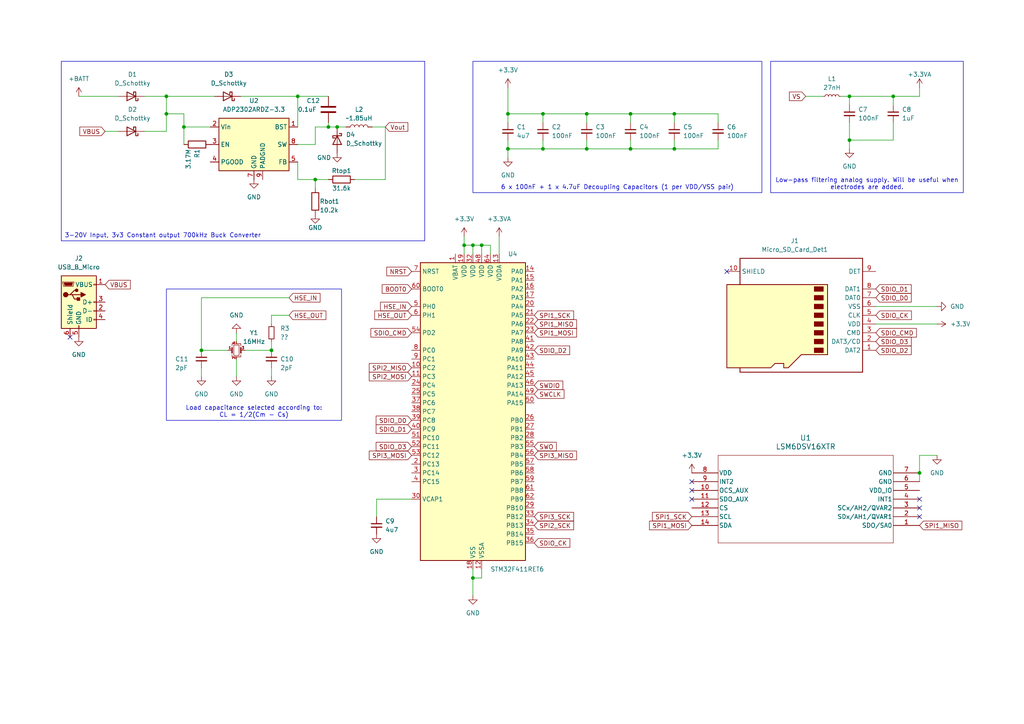
<source format=kicad_sch>
(kicad_sch (version 20230121) (generator eeschema)
  (paper "A4")
  (title_block (title "STM32F411 Motion Tracker") (date "2024-01-11") (rev "Rev. 1") (company "Alberta Bionix"))
  (lib_symbols
    (symbol "Connector:Micro_SD_Card_Det1"
      (property "Reference" "J" (at -16.51 17.78 0))
      (property "Value" "Micro_SD_Card_Det1" (at 16.51 17.78 0))
      (symbol "Micro_SD_Card_Det1_0_1"
        (rectangle (start -7.62 -6.985) (end -5.08 -8.255) (stroke (width 0.254)) (fill (type outline)))
        (rectangle (start -7.62 -4.445) (end -5.08 -5.715) (stroke (width 0.254)) (fill (type outline)))
        (rectangle (start -7.62 -1.905) (end -5.08 -3.175) (stroke (width 0.254)) (fill (type outline)))
        (rectangle (start -7.62 0.635) (end -5.08 -0.635) (stroke (width 0.254)) (fill (type outline)))
        (rectangle (start -7.62 3.175) (end -5.08 1.905) (stroke (width 0.254)) (fill (type outline)))
        (rectangle (start -7.62 5.715) (end -5.08 4.445) (stroke (width 0.254)) (fill (type outline)))
        (rectangle (start -7.62 8.255) (end -5.08 6.985) (stroke (width 0.254)) (fill (type outline)))
        (rectangle (start -7.62 10.795) (end -5.08 9.525) (stroke (width 0.254)) (fill (type outline)))
        (polyline (pts (xy 16.51 15.24) (xy 16.51 16.51) (xy -19.05 16.51) (xy -19.05 -16.51) (xy 16.51 -16.51) (xy 16.51 -8.89)) (stroke (width 0.254)))
        (polyline (pts (xy -8.89 -8.89) (xy -8.89 11.43) (xy -1.27 11.43) (xy 2.54 15.24) (xy 3.81 15.24) (xy 3.81 13.97) (xy 6.35 13.97) (xy 7.62 15.24) (xy 20.32 15.24) (xy 20.32 -8.89) (xy -8.89 -8.89)) (stroke (width 0.254)) (fill (type background)))
      )
      (symbol "Micro_SD_Card_Det1_1_1"
        (pin bidirectional line (at -22.86 10.16 0) (length 3.81) (name "DAT2") (number "1"))
        (pin passive line (at 20.32 -12.7 180) (length 3.81) (name "SHIELD") (number "10"))
        (pin bidirectional line (at -22.86 7.62 0) (length 3.81) (name "DAT3/CD") (number "2"))
        (pin input line (at -22.86 5.08 0) (length 3.81) (name "CMD") (number "3"))
        (pin power_in line (at -22.86 2.54 0) (length 3.81) (name "VDD") (number "4"))
        (pin input line (at -22.86 0 0) (length 3.81) (name "CLK") (number "5"))
        (pin power_in line (at -22.86 -2.54 0) (length 3.81) (name "VSS") (number "6"))
        (pin bidirectional line (at -22.86 -5.08 0) (length 3.81) (name "DAT0") (number "7"))
        (pin bidirectional line (at -22.86 -7.62 0) (length 3.81) (name "DAT1") (number "8"))
        (pin passive line (at -22.86 -12.7 0) (length 3.81) (name "DET") (number "9"))
      )
    )
    (symbol "Connector:USB_B_Micro" (pin_names (offset 1.016))
      (property "Reference" "J" (at -5.08 11.43 0))
      (property "Value" "USB_B_Micro" (at -5.08 8.89 0))
      (symbol "USB_B_Micro_0_1"
        (rectangle (start -5.08 -7.62) (end 5.08 7.62) (stroke (width 0.254)) (fill (type background)))
        (circle (center -3.81 2.159) (radius 0.635) (stroke (width 0.254)) (fill (type outline)))
        (circle (center -0.635 3.429) (radius 0.381) (stroke (width 0.254)) (fill (type outline)))
        (rectangle (start -0.127 -7.62) (end 0.127 -6.858))
        (polyline (pts (xy -1.905 2.159) (xy 0.635 2.159)) (stroke (width 0.254)))
        (polyline (pts (xy -3.175 2.159) (xy -2.54 2.159) (xy -1.27 3.429) (xy -0.635 3.429)) (stroke (width 0.254)))
        (polyline (pts (xy -2.54 2.159) (xy -1.905 2.159) (xy -1.27 0.889) (xy 0 0.889)) (stroke (width 0.254)))
        (polyline (pts (xy 0.635 2.794) (xy 0.635 1.524) (xy 1.905 2.159) (xy 0.635 2.794)) (stroke (width 0.254)) (fill (type outline)))
        (polyline (pts (xy -4.318 5.588) (xy -1.778 5.588) (xy -2.032 4.826) (xy -4.064 4.826) (xy -4.318 5.588)) (fill (type outline)))
        (polyline (pts (xy -4.699 5.842) (xy -4.699 5.588) (xy -4.445 4.826) (xy -4.445 4.572) (xy -1.651 4.572) (xy -1.651 4.826) (xy -1.397 5.588) (xy -1.397 5.842) (xy -4.699 5.842)))
        (rectangle (start 0.254 1.27) (end -0.508 0.508) (stroke (width 0.254)) (fill (type outline)))
        (rectangle (start 5.08 -5.207) (end 4.318 -4.953))
        (rectangle (start 5.08 -2.667) (end 4.318 -2.413))
        (rectangle (start 5.08 -0.127) (end 4.318 0.127))
        (rectangle (start 5.08 4.953) (end 4.318 5.207))
      )
      (symbol "USB_B_Micro_1_1"
        (pin power_out line (at 7.62 5.08 180) (length 2.54) (name "VBUS") (number "1"))
        (pin bidirectional line (at 7.62 -2.54 180) (length 2.54) (name "D-") (number "2"))
        (pin bidirectional line (at 7.62 0 180) (length 2.54) (name "D+") (number "3"))
        (pin passive line (at 7.62 -5.08 180) (length 2.54) (name "ID") (number "4"))
        (pin power_out line (at 0 -10.16 90) (length 2.54) (name "GND") (number "5"))
        (pin passive line (at -2.54 -10.16 90) (length 2.54) (name "Shield") (number "6"))
      )
    )
    (symbol "Device:C" (pin_numbers hide) (pin_names (offset 0.254))
      (property "Reference" "C" (at 0.635 2.54 0))
      (property "Value" "C" (at 0.635 -2.54 0))
      (symbol "C_0_1"
        (polyline (pts (xy -2.032 -0.762) (xy 2.032 -0.762)) (stroke (width 0.508)))
        (polyline (pts (xy -2.032 0.762) (xy 2.032 0.762)) (stroke (width 0.508)))
      )
      (symbol "C_1_1"
        (pin passive line (at 0 3.81 270) (length 2.794) (name "~") (number "1"))
        (pin passive line (at 0 -3.81 90) (length 2.794) (name "~") (number "2"))
      )
    )
    (symbol "Device:C_Small" (pin_numbers hide) (pin_names (offset 0.254) hide)
      (property "Reference" "C" (at 0.254 1.778 0))
      (property "Value" "C_Small" (at 0.254 -2.032 0))
      (symbol "C_Small_0_1"
        (polyline (pts (xy -1.524 -0.508) (xy 1.524 -0.508)) (stroke (width 0.3302)))
        (polyline (pts (xy -1.524 0.508) (xy 1.524 0.508)) (stroke (width 0.3048)))
      )
      (symbol "C_Small_1_1"
        (pin passive line (at 0 2.54 270) (length 2.032) (name "~") (number "1"))
        (pin passive line (at 0 -2.54 90) (length 2.032) (name "~") (number "2"))
      )
    )
    (symbol "Device:Crystal_GND24_Small" (pin_names (offset 1.016) hide)
      (property "Reference" "Y" (at 1.27 4.445 0))
      (property "Value" "Crystal_GND24_Small" (at 1.27 2.54 0))
      (symbol "Crystal_GND24_Small_0_1"
        (rectangle (start -0.762 -1.524) (end 0.762 1.524))
        (polyline (pts (xy -1.27 -0.762) (xy -1.27 0.762)) (stroke (width 0.381)))
        (polyline (pts (xy 1.27 -0.762) (xy 1.27 0.762)) (stroke (width 0.381)))
        (polyline (pts (xy -1.27 -1.27) (xy -1.27 -1.905) (xy 1.27 -1.905) (xy 1.27 -1.27)))
        (polyline (pts (xy -1.27 1.27) (xy -1.27 1.905) (xy 1.27 1.905) (xy 1.27 1.27)))
      )
      (symbol "Crystal_GND24_Small_1_1"
        (pin passive line (at -2.54 0 0) (length 1.27) (name "1") (number "1"))
        (pin passive line (at 0 -2.54 90) (length 0.635) (name "2") (number "2"))
        (pin passive line (at 2.54 0 180) (length 1.27) (name "3") (number "3"))
        (pin passive line (at 0 2.54 270) (length 0.635) (name "4") (number "4"))
      )
    )
    (symbol "Device:D_Schottky" (pin_numbers hide) (pin_names (offset 1.016) hide)
      (property "Reference" "D" (at 0 2.54 0))
      (property "Value" "D_Schottky" (at 0 -2.54 0))
      (symbol "D_Schottky_0_1"
        (polyline (pts (xy 1.27 0) (xy -1.27 0)))
        (polyline (pts (xy 1.27 1.27) (xy 1.27 -1.27) (xy -1.27 0) (xy 1.27 1.27)) (stroke (width 0.254)))
        (polyline (pts (xy -1.905 0.635) (xy -1.905 1.27) (xy -1.27 1.27) (xy -1.27 -1.27) (xy -0.635 -1.27) (xy -0.635 -0.635)) (stroke (width 0.254)))
      )
      (symbol "D_Schottky_1_1"
        (pin passive line (at -3.81 0 0) (length 2.54) (name "K") (number "1"))
        (pin passive line (at 3.81 0 180) (length 2.54) (name "A") (number "2"))
      )
    )
    (symbol "Device:L" (pin_numbers hide) (pin_names (offset 1.016) hide)
      (property "Reference" "L" (at -1.27 0 90))
      (property "Value" "L" (at 1.905 0 90))
      (symbol "L_0_1"
        (arc (start 0 -2.54) (mid 0.6323 -1.905) (end 0 -1.27))
        (arc (start 0 -1.27) (mid 0.6323 -0.635) (end 0 0))
        (arc (start 0 0) (mid 0.6323 0.635) (end 0 1.27))
        (arc (start 0 1.27) (mid 0.6323 1.905) (end 0 2.54))
      )
      (symbol "L_1_1"
        (pin passive line (at 0 3.81 270) (length 1.27) (name "1") (number "1"))
        (pin passive line (at 0 -3.81 90) (length 1.27) (name "2") (number "2"))
      )
    )
    (symbol "Device:L_Small" (pin_numbers hide) (pin_names (offset 0.254) hide)
      (property "Reference" "L" (at 0.762 1.016 0))
      (property "Value" "L_Small" (at 0.762 -1.016 0))
      (symbol "L_Small_0_1"
        (arc (start 0 -2.032) (mid 0.5058 -1.524) (end 0 -1.016))
        (arc (start 0 -1.016) (mid 0.5058 -0.508) (end 0 0))
        (arc (start 0 0) (mid 0.5058 0.508) (end 0 1.016))
        (arc (start 0 1.016) (mid 0.5058 1.524) (end 0 2.032))
      )
      (symbol "L_Small_1_1"
        (pin passive line (at 0 2.54 270) (length 0.508) (name "~") (number "1"))
        (pin passive line (at 0 -2.54 90) (length 0.508) (name "~") (number "2"))
      )
    )
    (symbol "Device:R" (pin_numbers hide) (pin_names (offset 0))
      (property "Reference" "R" (at 2.032 0 90))
      (property "Value" "R" (at 0 0 90))
      (symbol "R_0_1"
        (rectangle (start -1.016 -2.54) (end 1.016 2.54) (stroke (width 0.254)))
      )
      (symbol "R_1_1"
        (pin passive line (at 0 3.81 270) (length 1.27) (name "~") (number "1"))
        (pin passive line (at 0 -3.81 90) (length 1.27) (name "~") (number "2"))
      )
    )
    (symbol "Device:R_Small" (pin_numbers hide) (pin_names (offset 0.254) hide)
      (property "Reference" "R" (at 0.762 0.508 0))
      (property "Value" "R_Small" (at 0.762 -1.016 0))
      (symbol "R_Small_0_1"
        (rectangle (start -0.762 1.778) (end 0.762 -1.778) (stroke (width 0.2032)))
      )
      (symbol "R_Small_1_1"
        (pin passive line (at 0 2.54 270) (length 0.762) (name "~") (number "1"))
        (pin passive line (at 0 -2.54 90) (length 0.762) (name "~") (number "2"))
      )
    )
    (symbol "MCU_ST_STM32F4:STM32F411RETx"
      (property "Reference" "U" (at -15.24 44.45 0))
      (property "Value" "STM32F411RETx" (at 10.16 44.45 0))
      (symbol "STM32F411RETx_0_1"
        (rectangle (start -15.24 -43.18) (end 15.24 43.18) (stroke (width 0.254)) (fill (type background)))
      )
      (symbol "STM32F411RETx_1_1"
        (pin power_in line (at -5.08 45.72 270) (length 2.54) (name "VBAT") (number "1"))
        (pin bidirectional line (at -17.78 12.7 0) (length 2.54) (name "PC2") (number "10"))
        (pin bidirectional line (at -17.78 10.16 0) (length 2.54) (name "PC3") (number "11"))
        (pin power_in line (at 2.54 -45.72 90) (length 2.54) (name "VSSA") (number "12"))
        (pin power_in line (at 7.62 45.72 270) (length 2.54) (name "VDDA") (number "13"))
        (pin bidirectional line (at 17.78 40.64 180) (length 2.54) (name "PA0") (number "14"))
        (pin bidirectional line (at 17.78 38.1 180) (length 2.54) (name "PA1") (number "15"))
        (pin bidirectional line (at 17.78 35.56 180) (length 2.54) (name "PA2") (number "16"))
        (pin bidirectional line (at 17.78 33.02 180) (length 2.54) (name "PA3") (number "17"))
        (pin power_in line (at 0 -45.72 90) (length 2.54) (name "VSS") (number "18"))
        (pin power_in line (at -2.54 45.72 270) (length 2.54) (name "VDD") (number "19"))
        (pin bidirectional line (at -17.78 -15.24 0) (length 2.54) (name "PC13") (number "2"))
        (pin bidirectional line (at 17.78 30.48 180) (length 2.54) (name "PA4") (number "20"))
        (pin bidirectional line (at 17.78 27.94 180) (length 2.54) (name "PA5") (number "21"))
        (pin bidirectional line (at 17.78 25.4 180) (length 2.54) (name "PA6") (number "22"))
        (pin bidirectional line (at 17.78 22.86 180) (length 2.54) (name "PA7") (number "23"))
        (pin bidirectional line (at -17.78 7.62 0) (length 2.54) (name "PC4") (number "24"))
        (pin bidirectional line (at -17.78 5.08 0) (length 2.54) (name "PC5") (number "25"))
        (pin bidirectional line (at 17.78 -2.54 180) (length 2.54) (name "PB0") (number "26"))
        (pin bidirectional line (at 17.78 -5.08 180) (length 2.54) (name "PB1") (number "27"))
        (pin bidirectional line (at 17.78 -7.62 180) (length 2.54) (name "PB2") (number "28"))
        (pin bidirectional line (at 17.78 -27.94 180) (length 2.54) (name "PB10") (number "29"))
        (pin bidirectional line (at -17.78 -17.78 0) (length 2.54) (name "PC14") (number "3"))
        (pin power_out line (at -17.78 -25.4 0) (length 2.54) (name "VCAP1") (number "30"))
        (pin passive line (at 0 -45.72 90) (length 2.54) hide (name "VSS") (number "31"))
        (pin power_in line (at 0 45.72 270) (length 2.54) (name "VDD") (number "32"))
        (pin bidirectional line (at 17.78 -30.48 180) (length 2.54) (name "PB12") (number "33"))
        (pin bidirectional line (at 17.78 -33.02 180) (length 2.54) (name "PB13") (number "34"))
        (pin bidirectional line (at 17.78 -35.56 180) (length 2.54) (name "PB14") (number "35"))
        (pin bidirectional line (at 17.78 -38.1 180) (length 2.54) (name "PB15") (number "36"))
        (pin bidirectional line (at -17.78 2.54 0) (length 2.54) (name "PC6") (number "37"))
        (pin bidirectional line (at -17.78 0 0) (length 2.54) (name "PC7") (number "38"))
        (pin bidirectional line (at -17.78 -2.54 0) (length 2.54) (name "PC8") (number "39"))
        (pin bidirectional line (at -17.78 -20.32 0) (length 2.54) (name "PC15") (number "4"))
        (pin bidirectional line (at -17.78 -5.08 0) (length 2.54) (name "PC9") (number "40"))
        (pin bidirectional line (at 17.78 20.32 180) (length 2.54) (name "PA8") (number "41"))
        (pin bidirectional line (at 17.78 17.78 180) (length 2.54) (name "PA9") (number "42"))
        (pin bidirectional line (at 17.78 15.24 180) (length 2.54) (name "PA10") (number "43"))
        (pin bidirectional line (at 17.78 12.7 180) (length 2.54) (name "PA11") (number "44"))
        (pin bidirectional line (at 17.78 10.16 180) (length 2.54) (name "PA12") (number "45"))
        (pin bidirectional line (at 17.78 7.62 180) (length 2.54) (name "PA13") (number "46"))
        (pin passive line (at 0 -45.72 90) (length 2.54) hide (name "VSS") (number "47"))
        (pin power_in line (at 2.54 45.72 270) (length 2.54) (name "VDD") (number "48"))
        (pin bidirectional line (at 17.78 5.08 180) (length 2.54) (name "PA14") (number "49"))
        (pin bidirectional line (at -17.78 30.48 0) (length 2.54) (name "PH0") (number "5"))
        (pin bidirectional line (at 17.78 2.54 180) (length 2.54) (name "PA15") (number "50"))
        (pin bidirectional line (at -17.78 -7.62 0) (length 2.54) (name "PC10") (number "51"))
        (pin bidirectional line (at -17.78 -10.16 0) (length 2.54) (name "PC11") (number "52"))
        (pin bidirectional line (at -17.78 -12.7 0) (length 2.54) (name "PC12") (number "53"))
        (pin bidirectional line (at -17.78 22.86 0) (length 2.54) (name "PD2") (number "54"))
        (pin bidirectional line (at 17.78 -10.16 180) (length 2.54) (name "PB3") (number "55"))
        (pin bidirectional line (at 17.78 -12.7 180) (length 2.54) (name "PB4") (number "56"))
        (pin bidirectional line (at 17.78 -15.24 180) (length 2.54) (name "PB5") (number "57"))
        (pin bidirectional line (at 17.78 -17.78 180) (length 2.54) (name "PB6") (number "58"))
        (pin bidirectional line (at 17.78 -20.32 180) (length 2.54) (name "PB7") (number "59"))
        (pin bidirectional line (at -17.78 27.94 0) (length 2.54) (name "PH1") (number "6"))
        (pin input line (at -17.78 35.56 0) (length 2.54) (name "BOOT0") (number "60"))
        (pin bidirectional line (at 17.78 -22.86 180) (length 2.54) (name "PB8") (number "61"))
        (pin bidirectional line (at 17.78 -25.4 180) (length 2.54) (name "PB9") (number "62"))
        (pin passive line (at 0 -45.72 90) (length 2.54) hide (name "VSS") (number "63"))
        (pin power_in line (at 5.08 45.72 270) (length 2.54) (name "VDD") (number "64"))
        (pin input line (at -17.78 40.64 0) (length 2.54) (name "NRST") (number "7"))
        (pin bidirectional line (at -17.78 17.78 0) (length 2.54) (name "PC0") (number "8"))
        (pin bidirectional line (at -17.78 15.24 0) (length 2.54) (name "PC1") (number "9"))
      )
    )
    (symbol "Regulator_Switching:ADP2302ARDZ-3.3"
      (property "Reference" "U" (at -10.16 8.89 0))
      (property "Value" "ADP2302ARDZ-3.3" (at -3.81 8.89 0))
      (symbol "ADP2302ARDZ-3.3_0_1"
        (rectangle (start -10.16 7.62) (end 10.16 -7.62) (stroke (width 0.254)) (fill (type background)))
      )
      (symbol "ADP2302ARDZ-3.3_1_1"
        (pin input line (at 12.7 5.08 180) (length 2.54) (name "BST") (number "1"))
        (pin power_in line (at -12.7 5.08 0) (length 2.54) (name "Vin") (number "2"))
        (pin input line (at -12.7 0 0) (length 2.54) (name "EN") (number "3"))
        (pin output line (at -12.7 -5.08 0) (length 2.54) (name "PGOOD") (number "4"))
        (pin input line (at 12.7 -5.08 180) (length 2.54) (name "FB") (number "5"))
        (pin no_connect line (at -10.16 2.54 0) (length 2.54) hide (name "NC") (number "6"))
        (pin power_in line (at 0 -10.16 90) (length 2.54) (name "GND") (number "7"))
        (pin power_out line (at 12.7 0 180) (length 2.54) (name "SW") (number "8"))
        (pin power_in line (at 2.54 -10.16 90) (length 2.54) (name "PADGND") (number "9"))
      )
    )
    (symbol "imu:LSM6DSV16XTR" (pin_names (offset 0.254))
      (property "Reference" "U" (at 33.02 10.16 0))
      (property "Value" "LSM6DSV16XTR" (at 33.02 7.62 0))
      (symbol "LSM6DSV16XTR_0_1"
        (polyline (pts (xy 7.62 -20.32) (xy 58.42 -20.32)) (stroke (width 0.127)))
        (polyline (pts (xy 7.62 5.08) (xy 7.62 -20.32)) (stroke (width 0.127)))
        (polyline (pts (xy 58.42 -20.32) (xy 58.42 5.08)) (stroke (width 0.127)))
        (polyline (pts (xy 58.42 5.08) (xy 7.62 5.08)) (stroke (width 0.127)))
        (pin unspecified line (at 0 0 0) (length 7.62) (name "SDO/SA0") (number "1"))
        (pin unspecified line (at 66.04 -10.16 180) (length 7.62) (name "OCS_AUX") (number "10"))
        (pin unspecified line (at 66.04 -7.62 180) (length 7.62) (name "SDO_AUX") (number "11"))
        (pin unspecified line (at 66.04 -5.08 180) (length 7.62) (name "CS") (number "12"))
        (pin unspecified line (at 66.04 -2.54 180) (length 7.62) (name "SCL") (number "13"))
        (pin unspecified line (at 66.04 0 180) (length 7.62) (name "SDA") (number "14"))
        (pin unspecified line (at 0 -2.54 0) (length 7.62) (name "SDx/AH1/QVAR1") (number "2"))
        (pin unspecified line (at 0 -5.08 0) (length 7.62) (name "SCx/AH2/QVAR2") (number "3"))
        (pin input line (at 0 -7.62 0) (length 7.62) (name "INT1") (number "4"))
        (pin power_in line (at 0 -10.16 0) (length 7.62) (name "VDD_IO") (number "5"))
        (pin power_out line (at 0 -12.7 0) (length 7.62) (name "GND") (number "6"))
        (pin power_out line (at 0 -15.24 0) (length 7.62) (name "GND") (number "7"))
        (pin power_in line (at 66.04 -15.24 180) (length 7.62) (name "VDD") (number "8"))
        (pin input line (at 66.04 -12.7 180) (length 7.62) (name "INT2") (number "9"))
      )
    )
    (symbol "power:+3.3V" (power) (pin_names (offset 0))
      (property "Value" "+3.3V" (at 0 3.556 0))
      (symbol "+3.3V_0_1"
        (polyline (pts (xy -0.762 1.27) (xy 0 2.54)))
        (polyline (pts (xy 0 0) (xy 0 2.54)))
        (polyline (pts (xy 0 2.54) (xy 0.762 1.27)))
      )
      (symbol "+3.3V_1_1"
        (pin power_in line (at 0 0 90) (length 0) hide (name "+3.3V") (number "1"))
      )
    )
    (symbol "power:+3.3VA" (power) (pin_names (offset 0))
      (property "Value" "+3.3VA" (at 0 3.556 0))
      (symbol "+3.3VA_0_1"
        (polyline (pts (xy -0.762 1.27) (xy 0 2.54)))
        (polyline (pts (xy 0 0) (xy 0 2.54)))
        (polyline (pts (xy 0 2.54) (xy 0.762 1.27)))
      )
      (symbol "+3.3VA_1_1"
        (pin power_in line (at 0 0 90) (length 0) hide (name "+3.3VA") (number "1"))
      )
    )
    (symbol "power:+BATT" (power) (pin_names (offset 0))
      (property "Value" "+BATT" (at 0 3.556 0))
      (symbol "+BATT_0_1"
        (polyline (pts (xy -0.762 1.27) (xy 0 2.54)))
        (polyline (pts (xy 0 0) (xy 0 2.54)))
        (polyline (pts (xy 0 2.54) (xy 0.762 1.27)))
      )
      (symbol "+BATT_1_1"
        (pin power_in line (at 0 0 90) (length 0) hide (name "+BATT") (number "1"))
      )
    )
    (symbol "power:GND" (power) (pin_names (offset 0))
      (property "Value" "GND" (at 0 -3.81 0))
      (symbol "GND_0_1"
        (polyline (pts (xy 0 0) (xy 0 -1.27) (xy 1.27 -1.27) (xy 0 -2.54) (xy -1.27 -1.27) (xy 0 -1.27)))
      )
      (symbol "GND_1_1"
        (pin power_in line (at 0 0 270) (length 0) hide (name "GND") (number "1"))
      )
    )
  )
  (junction (at 137.16 71.12))
  (junction (at 182.88 33.02))
  (junction (at 157.48 33.02))
  (junction (at 137.16 167.64))
  (junction (at 78.74 101.6))
  (junction (at 170.18 43.18))
  (junction (at 157.48 43.18))
  (junction (at 246.38 40.64))
  (junction (at 58.42 101.6))
  (junction (at 266.7 137.16))
  (junction (at 195.58 43.18))
  (junction (at 246.38 27.94))
  (junction (at 182.88 43.18))
  (junction (at 86.36 27.94))
  (junction (at 134.62 71.12))
  (junction (at 91.44 52.07))
  (junction (at 195.58 33.02))
  (junction (at 95.25 36.83))
  (junction (at 139.7 71.12))
  (junction (at 147.32 33.02))
  (junction (at 97.79 36.83))
  (junction (at 48.26 33.02))
  (junction (at 259.08 27.94))
  (junction (at 170.18 33.02))
  (junction (at 48.26 27.94))
  (junction (at 53.34 36.83))
  (junction (at 147.32 43.18))
  (no_connect (at 266.7 147.32))
  (no_connect (at 266.7 149.86))
  (no_connect (at 200.66 142.24))
  (no_connect (at 210.82 78.74))
  (no_connect (at 200.66 139.7))
  (no_connect (at 20.32 97.79))
  (no_connect (at 200.66 144.78))
  (no_connect (at 266.7 144.78))
  (wire (pts (xy 137.16 71.12) (xy 137.16 73.66)))
  (wire (pts (xy 48.26 33.02) (xy 53.34 33.02)))
  (wire (pts (xy 147.32 25.4) (xy 147.32 33.02)))
  (wire (pts (xy 139.7 71.12) (xy 142.24 71.12)))
  (wire (pts (xy 157.48 33.02) (xy 170.18 33.02)))
  (wire (pts (xy 259.08 40.64) (xy 259.08 35.56)))
  (wire (pts (xy 147.32 33.02) (xy 147.32 35.56)))
  (wire (pts (xy 91.44 36.83) (xy 95.25 36.83)))
  (wire (pts (xy 246.38 40.64) (xy 259.08 40.64)))
  (wire (pts (xy 243.84 27.94) (xy 246.38 27.94)))
  (wire (pts (xy 147.32 43.18) (xy 157.48 43.18)))
  (wire (pts (xy 53.34 41.91) (xy 53.34 36.83)))
  (wire (pts (xy 246.38 27.94) (xy 246.38 30.48)))
  (wire (pts (xy 22.86 27.94) (xy 34.29 27.94)))
  (wire (pts (xy 48.26 27.94) (xy 41.91 27.94)))
  (wire (pts (xy 142.24 71.12) (xy 142.24 73.66)))
  (wire (pts (xy 170.18 33.02) (xy 170.18 35.56)))
  (wire (pts (xy 208.28 33.02) (xy 208.28 35.56)))
  (wire (pts (xy 71.12 101.6) (xy 78.74 101.6)))
  (wire (pts (xy 69.85 27.94) (xy 86.36 27.94)))
  (wire (pts (xy 86.36 27.94) (xy 95.25 27.94)))
  (wire (pts (xy 246.38 35.56) (xy 246.38 40.64)))
  (wire (pts (xy 111.76 52.07) (xy 111.76 36.83)))
  (wire (pts (xy 62.23 27.94) (xy 48.26 27.94)))
  (wire (pts (xy 195.58 40.64) (xy 195.58 43.18)))
  (wire (pts (xy 134.62 71.12) (xy 134.62 73.66)))
  (wire (pts (xy 233.68 27.94) (xy 238.76 27.94)))
  (wire (pts (xy 271.78 132.08) (xy 266.7 132.08)))
  (wire (pts (xy 30.48 38.1) (xy 34.29 38.1)))
  (wire (pts (xy 266.7 132.08) (xy 266.7 137.16)))
  (wire (pts (xy 266.7 25.4) (xy 266.7 27.94)))
  (wire (pts (xy 137.16 165.1) (xy 137.16 167.64)))
  (wire (pts (xy 182.88 33.02) (xy 182.88 35.56)))
  (wire (pts (xy 208.28 40.64) (xy 208.28 43.18)))
  (wire (pts (xy 86.36 27.94) (xy 86.36 36.83)))
  (wire (pts (xy 109.22 144.78) (xy 119.38 144.78)))
  (wire (pts (xy 134.62 68.58) (xy 134.62 71.12)))
  (wire (pts (xy 48.26 27.94) (xy 48.26 33.02)))
  (wire (pts (xy 170.18 43.18) (xy 182.88 43.18)))
  (wire (pts (xy 83.82 86.36) (xy 58.42 86.36)))
  (wire (pts (xy 137.16 167.64) (xy 137.16 172.72)))
  (wire (pts (xy 58.42 101.6) (xy 66.04 101.6)))
  (wire (pts (xy 157.48 33.02) (xy 157.48 35.56)))
  (wire (pts (xy 182.88 33.02) (xy 195.58 33.02)))
  (wire (pts (xy 48.26 33.02) (xy 48.26 38.1)))
  (wire (pts (xy 259.08 27.94) (xy 266.7 27.94)))
  (wire (pts (xy 91.44 36.83) (xy 91.44 41.91)))
  (wire (pts (xy 78.74 99.06) (xy 78.74 101.6)))
  (wire (pts (xy 246.38 43.18) (xy 246.38 40.64)))
  (wire (pts (xy 246.38 27.94) (xy 259.08 27.94)))
  (wire (pts (xy 139.7 165.1) (xy 139.7 167.64)))
  (wire (pts (xy 147.32 33.02) (xy 157.48 33.02)))
  (wire (pts (xy 182.88 40.64) (xy 182.88 43.18)))
  (wire (pts (xy 254 88.9) (xy 271.78 88.9)))
  (wire (pts (xy 182.88 43.18) (xy 195.58 43.18)))
  (wire (pts (xy 266.7 137.16) (xy 266.7 139.7)))
  (wire (pts (xy 58.42 86.36) (xy 58.42 101.6)))
  (wire (pts (xy 259.08 27.94) (xy 259.08 30.48)))
  (wire (pts (xy 58.42 106.68) (xy 58.42 109.22)))
  (wire (pts (xy 195.58 43.18) (xy 208.28 43.18)))
  (wire (pts (xy 107.95 36.83) (xy 111.76 36.83)))
  (wire (pts (xy 95.25 36.83) (xy 97.79 36.83)))
  (wire (pts (xy 41.91 38.1) (xy 48.26 38.1)))
  (wire (pts (xy 68.58 104.14) (xy 68.58 109.22)))
  (wire (pts (xy 195.58 33.02) (xy 195.58 35.56)))
  (wire (pts (xy 109.22 149.86) (xy 109.22 144.78)))
  (wire (pts (xy 254 93.98) (xy 271.78 93.98)))
  (wire (pts (xy 170.18 40.64) (xy 170.18 43.18)))
  (wire (pts (xy 86.36 52.07) (xy 86.36 46.99)))
  (wire (pts (xy 170.18 33.02) (xy 182.88 33.02)))
  (wire (pts (xy 68.58 96.52) (xy 68.58 99.06)))
  (wire (pts (xy 147.32 43.18) (xy 147.32 45.72)))
  (wire (pts (xy 157.48 43.18) (xy 170.18 43.18)))
  (wire (pts (xy 139.7 71.12) (xy 139.7 73.66)))
  (wire (pts (xy 137.16 71.12) (xy 139.7 71.12)))
  (wire (pts (xy 144.78 68.58) (xy 144.78 73.66)))
  (wire (pts (xy 195.58 33.02) (xy 208.28 33.02)))
  (wire (pts (xy 83.82 91.44) (xy 78.74 91.44)))
  (wire (pts (xy 97.79 36.83) (xy 100.33 36.83)))
  (wire (pts (xy 139.7 167.64) (xy 137.16 167.64)))
  (wire (pts (xy 78.74 91.44) (xy 78.74 93.98)))
  (wire (pts (xy 91.44 52.07) (xy 95.25 52.07)))
  (wire (pts (xy 102.87 52.07) (xy 111.76 52.07)))
  (wire (pts (xy 53.34 36.83) (xy 53.34 33.02)))
  (wire (pts (xy 157.48 40.64) (xy 157.48 43.18)))
  (wire (pts (xy 78.74 106.68) (xy 78.74 109.22)))
  (wire (pts (xy 134.62 71.12) (xy 137.16 71.12)))
  (wire (pts (xy 95.25 35.56) (xy 95.25 36.83)))
  (wire (pts (xy 147.32 40.64) (xy 147.32 43.18)))
  (wire (pts (xy 53.34 36.83) (xy 60.96 36.83)))
  (wire (pts (xy 91.44 52.07) (xy 91.44 54.61)))
  (wire (pts (xy 86.36 52.07) (xy 91.44 52.07)))
  (wire (pts (xy 91.44 41.91) (xy 86.36 41.91)))
  (text_box "Load capacitance selected according to:\nCL = 1/2(Cm - Cs)" (at 48.26 83.82 0) (size 50.8 38.1) (effects (font (size 1.27 1.27)) (justify bottom)))
  (text_box "Low-pass filtering analog supply. Will be useful when electrodes are added." (at 223.52 17.78 0) (size 55.88 38.1) (effects (font (size 1.27 1.27)) (justify bottom)))
  (text_box "3-20V Input, 3v3 Constant output 700kHz Buck Converter" (at 17.78 17.78 0) (size 105.41 52.07) (effects (font (size 1.27 1.27)) (justify left bottom)))
  (text_box "6 x 100nF + 1 x 4.7uF Decoupling Capacitors (1 per VDD/VSS pair)" (at 137.16 17.78 0) (size 83.82 38.1) (effects (font (size 1.27 1.27)) (justify bottom)))
  (global_label "SDIO_D2" (shape input) (at 154.94 101.6 0) (property "Intersheetrefs" "${INTERSHEET_REFS}" (effects hide)))
  (global_label "SPI3_MISO" (shape input) (at 154.94 132.08 0) (property "Intersheetrefs" "${INTERSHEET_REFS}" (effects hide)))
  (global_label "SPI1_SCK" (shape input) (at 200.66 149.86 180) (property "Intersheetrefs" "${INTERSHEET_REFS}" (effects hide)))
  (global_label "SDIO_CK" (shape input) (at 254 91.44 0) (property "Intersheetrefs" "${INTERSHEET_REFS}" (effects hide)))
  (global_label "SPI1_SCK" (shape input) (at 154.94 91.44 0) (property "Intersheetrefs" "${INTERSHEET_REFS}" (effects hide)))
  (global_label "SWCLK" (shape input) (at 154.94 114.3 0) (property "Intersheetrefs" "${INTERSHEET_REFS}" (effects hide)))
  (global_label "SDIO_CMD" (shape input) (at 254 96.52 0) (property "Intersheetrefs" "${INTERSHEET_REFS}" (effects hide)))
  (global_label "SDIO_D2" (shape input) (at 254 101.6 0) (property "Intersheetrefs" "${INTERSHEET_REFS}" (effects hide)))
  (global_label "SPI1_MISO" (shape input) (at 266.7 152.4 0) (property "Intersheetrefs" "${INTERSHEET_REFS}" (effects hide)))
  (global_label "SDIO_D3" (shape input) (at 254 99.06 0) (property "Intersheetrefs" "${INTERSHEET_REFS}" (effects hide)))
  (global_label "VS" (shape input) (at 233.68 27.94 180) (property "Intersheetrefs" "${INTERSHEET_REFS}" (effects hide)))
  (global_label "NRST" (shape input) (at 119.38 78.74 180) (property "Intersheetrefs" "${INTERSHEET_REFS}" (effects hide)))
  (global_label "SPI2_MISO" (shape input) (at 119.38 106.68 180) (property "Intersheetrefs" "${INTERSHEET_REFS}" (effects hide)))
  (global_label "SDIO_D0" (shape input) (at 254 86.36 0) (property "Intersheetrefs" "${INTERSHEET_REFS}" (effects hide)))
  (global_label "SPI1_MOSI" (shape input) (at 200.66 152.4 180) (property "Intersheetrefs" "${INTERSHEET_REFS}" (effects hide)))
  (global_label "SPI3_SCK" (shape input) (at 154.94 149.86 0) (property "Intersheetrefs" "${INTERSHEET_REFS}" (effects hide)))
  (global_label "SPI1_MISO" (shape input) (at 154.94 93.98 0) (property "Intersheetrefs" "${INTERSHEET_REFS}" (effects hide)))
  (global_label "SWO" (shape input) (at 154.94 129.54 0) (property "Intersheetrefs" "${INTERSHEET_REFS}" (effects hide)))
  (global_label "SDIO_D1" (shape input) (at 119.38 124.46 180) (property "Intersheetrefs" "${INTERSHEET_REFS}" (effects hide)))
  (global_label "SPI2_MOSI" (shape input) (at 119.38 109.22 180) (property "Intersheetrefs" "${INTERSHEET_REFS}" (effects hide)))
  (global_label "HSE_OUT" (shape input) (at 83.82 91.44 0) (property "Intersheetrefs" "${INTERSHEET_REFS}" (effects hide)))
  (global_label "SPI2_SCK" (shape input) (at 154.94 152.4 0) (property "Intersheetrefs" "${INTERSHEET_REFS}" (effects hide)))
  (global_label "SDIO_D0" (shape input) (at 119.38 121.92 180) (property "Intersheetrefs" "${INTERSHEET_REFS}" (effects hide)))
  (global_label "SDIO_CMD" (shape input) (at 119.38 96.52 180) (property "Intersheetrefs" "${INTERSHEET_REFS}" (effects hide)))
  (global_label "HSE_IN" (shape input) (at 83.82 86.36 0) (property "Intersheetrefs" "${INTERSHEET_REFS}" (effects hide)))
  (global_label "VBUS" (shape input) (at 30.48 38.1 180) (property "Intersheetrefs" "${INTERSHEET_REFS}" (effects hide)))
  (global_label "SPI3_MOSI" (shape input) (at 119.38 132.08 180) (property "Intersheetrefs" "${INTERSHEET_REFS}" (effects hide)))
  (global_label "HSE_IN" (shape input) (at 119.38 88.9 180) (property "Intersheetrefs" "${INTERSHEET_REFS}" (effects hide)))
  (global_label "SDIO_D1" (shape input) (at 254 83.82 0) (property "Intersheetrefs" "${INTERSHEET_REFS}" (effects hide)))
  (global_label "SDIO_D3" (shape input) (at 119.38 129.54 180) (property "Intersheetrefs" "${INTERSHEET_REFS}" (effects hide)))
  (global_label "Vout" (shape input) (at 111.76 36.83 0) (property "Intersheetrefs" "${INTERSHEET_REFS}" (effects hide)))
  (global_label "SDIO_CK" (shape input) (at 154.94 157.48 0) (property "Intersheetrefs" "${INTERSHEET_REFS}" (effects hide)))
  (global_label "VBUS" (shape input) (at 30.48 82.55 0) (property "Intersheetrefs" "${INTERSHEET_REFS}" (effects hide)))
  (global_label "HSE_OUT" (shape input) (at 119.38 91.44 180) (property "Intersheetrefs" "${INTERSHEET_REFS}" (effects hide)))
  (global_label "BOOT0" (shape input) (at 119.38 83.82 180) (property "Intersheetrefs" "${INTERSHEET_REFS}" (effects hide)))
  (global_label "SWDIO" (shape input) (at 154.94 111.76 0) (property "Intersheetrefs" "${INTERSHEET_REFS}" (effects hide)))
  (global_label "SPI1_MOSI" (shape input) (at 154.94 96.52 0) (property "Intersheetrefs" "${INTERSHEET_REFS}" (effects hide)))
  (symbol (lib_id "power:GND") (at 91.44 62.23 0) (unit 1)
    (property "Reference" "#PWR020" (effects hide))
    (property "Value" "GND" (at 91.44 66.04 0))
  )
  (symbol (lib_id "power:+3.3V") (at 134.62 68.58 0) (unit 1)
    (property "Reference" "#PWR06" (effects hide))
    (property "Value" "+3.3V" (at 134.62 63.5 0))
  )
  (symbol (lib_id "Device:R") (at 99.06 52.07 90) (unit 1)
    (property "Reference" "Rtop1" (at 99.06 49.53 90))
    (property "Value" "31.6k" (at 99.06 54.61 90))
  )
  (symbol (lib_id "power:GND") (at 271.78 88.9 90) (unit 1)
    (property "Reference" "#PWR016" (effects hide))
    (property "Value" "GND" (at 275.59 88.9 90) (effects (justify right)))
  )
  (symbol (lib_id "Device:L") (at 104.14 36.83 90) (unit 1)
    (property "Reference" "L2" (at 104.14 31.75 90))
    (property "Value" "~1.85uH" (at 104.14 34.29 90))
  )
  (symbol (lib_id "Device:C_Small") (at 195.58 38.1 0) (unit 1)
    (property "Reference" "C5" (at 198.12 36.8363 0) (effects (justify left)))
    (property "Value" "100nF" (at 198.12 39.3763 0) (effects (justify left)))
  )
  (symbol (lib_id "power:+3.3V") (at 147.32 25.4 0) (unit 1)
    (property "Reference" "#PWR01" (effects hide))
    (property "Value" "+3.3V" (at 147.32 20.32 0))
  )
  (symbol (lib_id "Device:C_Small") (at 109.22 152.4 0) (unit 1)
    (property "Reference" "C9" (at 111.76 151.1363 0) (effects (justify left)))
    (property "Value" "4u7" (at 111.76 153.6763 0) (effects (justify left)))
  )
  (symbol (lib_id "Device:R") (at 57.15 41.91 270) (unit 1)
    (property "Reference" "R1" (at 57.15 43.18 0) (effects (justify left)))
    (property "Value" "3.17M" (at 54.61 43.18 0) (effects (justify left)))
  )
  (symbol (lib_id "Device:C_Small") (at 259.08 33.02 0) (unit 1)
    (property "Reference" "C8" (at 261.62 31.7563 0) (effects (justify left)))
    (property "Value" "1uF" (at 261.62 34.2963 0) (effects (justify left)))
  )
  (symbol (lib_id "Device:C_Small") (at 78.74 104.14 0) (unit 1)
    (property "Reference" "C10" (at 81.28 104.14 0) (effects (justify left)))
    (property "Value" "2pF" (at 81.28 106.68 0) (effects (justify left)))
  )
  (symbol (lib_id "power:GND") (at 137.16 172.72 0) (unit 1)
    (property "Reference" "#PWR08" (effects hide))
    (property "Value" "GND" (at 137.16 177.8 0))
  )
  (symbol (lib_id "power:GND") (at 271.78 132.08 0) (unit 1)
    (property "Reference" "#PWR013" (effects hide))
    (property "Value" "GND" (at 271.78 137.16 0))
  )
  (symbol (lib_id "power:GND") (at 68.58 109.22 0) (unit 1)
    (property "Reference" "#PWR09" (effects hide))
    (property "Value" "GND" (at 68.58 114.3 0))
  )
  (symbol (lib_id "Connector:USB_B_Micro") (at 22.86 87.63 0) (unit 1)
    (property "Reference" "J2" (at 22.86 74.93 0))
    (property "Value" "USB_B_Micro" (at 22.86 77.47 0))
  )
  (symbol (lib_id "MCU_ST_STM32F4:STM32F411RETx") (at 137.16 119.38 0) (unit 1)
    (property "Reference" "U4" (at 147.32 73.66 0) (effects (justify left)))
    (property "Value" "STM32F411RET6" (at 142.24 165.1 0) (effects (justify left)))
    (property "Footprint" "Package_QFP:LQFP-64_10x10mm_P0.5mm" (effects hide))
    (property "Datasheet" "https://www.st.com/resource/en/datasheet/stm32f411re.pdf" (effects hide))
  )
  (symbol (lib_id "power:+3.3VA") (at 266.7 25.4 0) (unit 1)
    (property "Reference" "#PWR04" (effects hide))
    (property "Value" "+3.3VA" (at 266.7 21.59 0))
  )
  (symbol (lib_id "Device:L_Small") (at 241.3 27.94 90) (unit 1)
    (property "Reference" "L1" (at 241.3 22.86 90))
    (property "Value" "27nH" (at 241.3 25.4 90))
  )
  (symbol (lib_id "Device:D_Schottky") (at 97.79 40.64 270) (unit 1)
    (property "Reference" "D4" (at 100.33 39.0525 90) (effects (justify left)))
    (property "Value" "D_Schottky" (at 100.33 41.5925 90) (effects (justify left)))
    (property "Footprint" "Diode_SMD:D_SOD-323" (effects hide))
  )
  (symbol (lib_id "Device:C_Small") (at 246.38 33.02 0) (unit 1)
    (property "Reference" "C7" (at 248.92 31.7563 0) (effects (justify left)))
    (property "Value" "100nF" (at 248.92 34.2963 0) (effects (justify left)))
  )
  (symbol (lib_id "Device:R") (at 91.44 58.42 0) (unit 1)
    (property "Reference" "Rbot1" (at 92.71 58.42 0) (effects (justify left)))
    (property "Value" "10.2k" (at 92.71 60.96 0) (effects (justify left)))
  )
  (symbol (lib_id "Connector:Micro_SD_Card_Det1") (at 231.14 91.44 180) (unit 1)
    (property "Reference" "J1" (at 230.505 69.85 0))
    (property "Value" "Micro_SD_Card_Det1" (at 230.505 72.39 0))
    (property "Datasheet" "https://datasheet.lcsc.com/lcsc/2110151630_XKB-Connectivity-XKTF-015-N_C381082.pdf" (effects hide))
  )
  (symbol (lib_id "imu:LSM6DSV16XTR") (at 266.7 152.4 180) (unit 1)
    (property "Reference" "U1" (at 233.68 127 0) (effects (font (size 1.524 1.524))))
    (property "Value" "LSM6DSV16XTR" (at 233.68 129.54 0) (effects (font (size 1.524 1.524))))
    (property "Footprint" "LGA14L_LSM6_STM" (effects hide))
    (property "Datasheet" "LSM6DSV16XTR" (effects hide))
  )
  (symbol (lib_id "Device:D_Schottky") (at 38.1 38.1 180) (unit 1)
    (property "Reference" "D2" (at 38.4175 31.75 0))
    (property "Value" "D_Schottky" (at 38.4175 34.29 0))
    (property "Footprint" "Diode_SMD:D_SOD-323" (effects hide))
  )
  (symbol (lib_id "Device:C_Small") (at 147.32 38.1 0) (unit 1)
    (property "Reference" "C1" (at 149.86 36.8363 0) (effects (justify left)))
    (property "Value" "4u7" (at 149.86 39.3763 0) (effects (justify left)))
  )
  (symbol (lib_id "Device:Crystal_GND24_Small") (at 68.58 101.6 0) (unit 1)
    (property "Reference" "Y1" (at 73.66 96.52 0))
    (property "Value" "16MHz" (at 73.66 99.06 0))
  )
  (symbol (lib_id "Device:C_Small") (at 170.18 38.1 0) (unit 1)
    (property "Reference" "C3" (at 172.72 36.8363 0) (effects (justify left)))
    (property "Value" "100nF" (at 172.72 39.3763 0) (effects (justify left)))
  )
  (symbol (lib_id "power:GND") (at 109.22 154.94 0) (unit 1)
    (property "Reference" "#PWR05" (effects hide))
    (property "Value" "GND" (at 109.22 160.02 0))
  )
  (symbol (lib_id "power:GND") (at 147.32 45.72 0) (unit 1)
    (property "Reference" "#PWR02" (effects hide))
    (property "Value" "GND" (at 147.32 50.8 0))
  )
  (symbol (lib_id "power:+3.3V") (at 271.78 93.98 270) (unit 1)
    (property "Reference" "#PWR015" (effects hide))
    (property "Value" "+3.3V" (at 275.59 93.98 90) (effects (justify left)))
  )
  (symbol (lib_id "Regulator_Switching:ADP2302ARDZ-3.3") (at 73.66 41.91 0) (unit 1)
    (property "Reference" "U2" (at 73.66 29.21 0))
    (property "Value" "ADP2302ARDZ-3.3" (at 73.66 31.75 0))
    (property "Footprint" "Package_SO:SOIC-8-1EP_3.9x4.9mm_P1.27mm_EP2.29x3mm" (effects hide))
    (property "Datasheet" "https://www.analog.com/media/en/technical-documentation/data-sheets/ADP2302_2303.pdf" (effects hide))
  )
  (symbol (lib_id "Device:D_Schottky") (at 38.1 27.94 180) (unit 1)
    (property "Reference" "D1" (at 38.4175 21.59 0))
    (property "Value" "D_Schottky" (at 38.4175 24.13 0))
    (property "Footprint" "Diode_SMD:D_SOD-323" (effects hide))
  )
  (symbol (lib_id "Device:C_Small") (at 157.48 38.1 0) (unit 1)
    (property "Reference" "C2" (at 160.02 36.8363 0) (effects (justify left)))
    (property "Value" "100nF" (at 160.02 39.3763 0) (effects (justify left)))
  )
  (symbol (lib_id "Device:C") (at 95.25 31.75 0) (unit 1)
    (property "Reference" "C12" (at 88.9 29.21 0) (effects (justify left)))
    (property "Value" "0.1uF" (at 86.36 31.75 0) (effects (justify left)))
  )
  (symbol (lib_id "power:+3.3VA") (at 144.78 68.58 0) (unit 1)
    (property "Reference" "#PWR07" (effects hide))
    (property "Value" "+3.3VA" (at 144.78 63.5 0))
  )
  (symbol (lib_id "power:GND") (at 68.58 96.52 180) (unit 1)
    (property "Reference" "#PWR010" (effects hide))
    (property "Value" "GND" (at 68.58 91.44 0))
  )
  (symbol (lib_id "Device:C_Small") (at 182.88 38.1 0) (unit 1)
    (property "Reference" "C4" (at 185.42 36.8363 0) (effects (justify left)))
    (property "Value" "100nF" (at 185.42 39.3763 0) (effects (justify left)))
  )
  (symbol (lib_id "power:+BATT") (at 22.86 27.94 0) (unit 1)
    (property "Reference" "#PWR017" (effects hide))
    (property "Value" "+BATT" (at 22.86 22.86 0))
  )
  (symbol (lib_id "power:GND") (at 97.79 44.45 0) (unit 1)
    (property "Reference" "#PWR021" (effects hide))
    (property "Value" "GND" (at 93.98 45.72 0))
  )
  (symbol (lib_id "power:GND") (at 58.42 109.22 0) (unit 1)
    (property "Reference" "#PWR011" (effects hide))
    (property "Value" "GND" (at 58.42 114.3 0))
  )
  (symbol (lib_id "Device:D_Schottky") (at 66.04 27.94 180) (unit 1)
    (property "Reference" "D3" (at 66.3575 21.59 0))
    (property "Value" "D_Schottky" (at 66.3575 24.13 0))
    (property "Footprint" "Diode_SMD:D_SOD-323" (effects hide))
  )
  (symbol (lib_id "power:GND") (at 246.38 43.18 0) (unit 1)
    (property "Reference" "#PWR03" (effects hide))
    (property "Value" "GND" (at 246.38 48.26 0))
  )
  (symbol (lib_id "power:GND") (at 73.66 52.07 0) (unit 1)
    (property "Reference" "#PWR018" (effects hide))
    (property "Value" "GND" (at 73.66 57.15 0))
  )
  (symbol (lib_id "Device:C_Small") (at 58.42 104.14 0) (unit 1)
    (property "Reference" "C11" (at 50.8 104.14 0) (effects (justify left)))
    (property "Value" "2pF" (at 50.8 106.68 0) (effects (justify left)))
  )
  (symbol (lib_id "Device:C_Small") (at 208.28 38.1 0) (unit 1)
    (property "Reference" "C6" (at 210.82 36.8363 0) (effects (justify left)))
    (property "Value" "100nF" (at 210.82 39.3763 0) (effects (justify left)))
  )
  (symbol (lib_id "power:+3.3V") (at 200.66 137.16 0) (unit 1)
    (property "Reference" "#PWR014" (effects hide))
    (property "Value" "+3.3V" (at 200.66 132.08 0))
  )
  (symbol (lib_id "power:GND") (at 22.86 97.79 0) (unit 1)
    (property "Reference" "#PWR019" (effects hide))
    (property "Value" "GND" (at 22.86 102.87 0))
  )
  (symbol (lib_id "power:GND") (at 78.74 109.22 0) (unit 1)
    (property "Reference" "#PWR012" (effects hide))
    (property "Value" "GND" (at 78.74 114.3 0))
  )
  (symbol (lib_id "Device:R_Small") (at 78.74 96.52 0) (unit 1)
    (property "Reference" "R3" (at 81.28 95.25 0) (effects (justify left)))
    (property "Value" "??" (at 81.28 97.79 0) (effects (justify left)))
  )
)
</source>
